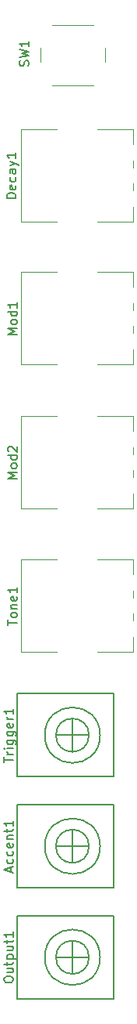
<source format=gbr>
G04 #@! TF.GenerationSoftware,KiCad,Pcbnew,(5.1.5)-3*
G04 #@! TF.CreationDate,2020-07-12T13:51:54+08:00*
G04 #@! TF.ProjectId,Kick-808,4b69636b-2d38-4303-982e-6b696361645f,rev?*
G04 #@! TF.SameCoordinates,Original*
G04 #@! TF.FileFunction,Legend,Top*
G04 #@! TF.FilePolarity,Positive*
%FSLAX46Y46*%
G04 Gerber Fmt 4.6, Leading zero omitted, Abs format (unit mm)*
G04 Created by KiCad (PCBNEW (5.1.5)-3) date 2020-07-12 13:51:54*
%MOMM*%
%LPD*%
G04 APERTURE LIST*
%ADD10C,0.150000*%
%ADD11C,0.120000*%
G04 APERTURE END LIST*
D10*
X128800000Y-125857000D02*
G75*
G03X128800000Y-125857000I-1800000J0D01*
G01*
X130006659Y-125857000D02*
G75*
G03X130006659Y-125857000I-3006659J0D01*
G01*
X121000000Y-130357000D02*
X131500000Y-130357000D01*
X121000000Y-121357000D02*
X121000000Y-130357000D01*
X131500000Y-121357000D02*
X121000000Y-121357000D01*
X131500000Y-130357000D02*
X131500000Y-121357000D01*
X125200000Y-125857000D02*
X128800000Y-125857000D01*
X127000000Y-124057000D02*
X127000000Y-127657000D01*
D11*
X133613000Y-116868000D02*
X129676000Y-116868000D01*
X125309000Y-116868000D02*
X121373000Y-116868000D01*
X133613000Y-106827000D02*
X129676000Y-106827000D01*
X125309000Y-106827000D02*
X121373000Y-106827000D01*
X133613000Y-116868000D02*
X133613000Y-115218000D01*
X133613000Y-113476000D02*
X133613000Y-112717000D01*
X133613000Y-110976000D02*
X133613000Y-110217000D01*
X133613000Y-108477000D02*
X133613000Y-106827000D01*
X121373000Y-116868000D02*
X121373000Y-106827000D01*
X130511000Y-53101500D02*
X130511000Y-51601500D01*
X129261000Y-49101500D02*
X124761000Y-49101500D01*
X123511000Y-51601500D02*
X123511000Y-53101500D01*
X124761000Y-55601500D02*
X129261000Y-55601500D01*
D10*
X128800000Y-149860000D02*
G75*
G03X128800000Y-149860000I-1800000J0D01*
G01*
X130006659Y-149860000D02*
G75*
G03X130006659Y-149860000I-3006659J0D01*
G01*
X121000000Y-154360000D02*
X131500000Y-154360000D01*
X121000000Y-145360000D02*
X121000000Y-154360000D01*
X131500000Y-145360000D02*
X121000000Y-145360000D01*
X131500000Y-154360000D02*
X131500000Y-145360000D01*
X125200000Y-149860000D02*
X128800000Y-149860000D01*
X127000000Y-148060000D02*
X127000000Y-151660000D01*
D11*
X133613000Y-101374000D02*
X129676000Y-101374000D01*
X125309000Y-101374000D02*
X121373000Y-101374000D01*
X133613000Y-91333000D02*
X129676000Y-91333000D01*
X125309000Y-91333000D02*
X121373000Y-91333000D01*
X133613000Y-101374000D02*
X133613000Y-99724000D01*
X133613000Y-97982000D02*
X133613000Y-97223000D01*
X133613000Y-95482000D02*
X133613000Y-94723000D01*
X133613000Y-92983000D02*
X133613000Y-91333000D01*
X121373000Y-101374000D02*
X121373000Y-91333000D01*
X133613000Y-85816500D02*
X129676000Y-85816500D01*
X125309000Y-85816500D02*
X121373000Y-85816500D01*
X133613000Y-75775500D02*
X129676000Y-75775500D01*
X125309000Y-75775500D02*
X121373000Y-75775500D01*
X133613000Y-85816500D02*
X133613000Y-84166500D01*
X133613000Y-82424500D02*
X133613000Y-81665500D01*
X133613000Y-79924500D02*
X133613000Y-79165500D01*
X133613000Y-77425500D02*
X133613000Y-75775500D01*
X121373000Y-85816500D02*
X121373000Y-75775500D01*
X133613000Y-70386000D02*
X129676000Y-70386000D01*
X125309000Y-70386000D02*
X121373000Y-70386000D01*
X133613000Y-60345000D02*
X129676000Y-60345000D01*
X125309000Y-60345000D02*
X121373000Y-60345000D01*
X133613000Y-70386000D02*
X133613000Y-68736000D01*
X133613000Y-66994000D02*
X133613000Y-66235000D01*
X133613000Y-64494000D02*
X133613000Y-63735000D01*
X133613000Y-61995000D02*
X133613000Y-60345000D01*
X121373000Y-70386000D02*
X121373000Y-60345000D01*
D10*
X128800000Y-137858000D02*
G75*
G03X128800000Y-137858000I-1800000J0D01*
G01*
X130006659Y-137858000D02*
G75*
G03X130006659Y-137858000I-3006659J0D01*
G01*
X121000000Y-142358000D02*
X131500000Y-142358000D01*
X121000000Y-133358000D02*
X121000000Y-142358000D01*
X131500000Y-133358000D02*
X121000000Y-133358000D01*
X131500000Y-142358000D02*
X131500000Y-133358000D01*
X125200000Y-137858000D02*
X128800000Y-137858000D01*
X127000000Y-136058000D02*
X127000000Y-139658000D01*
X119552380Y-128809380D02*
X119552380Y-128237952D01*
X120552380Y-128523666D02*
X119552380Y-128523666D01*
X120552380Y-127904619D02*
X119885714Y-127904619D01*
X120076190Y-127904619D02*
X119980952Y-127857000D01*
X119933333Y-127809380D01*
X119885714Y-127714142D01*
X119885714Y-127618904D01*
X120552380Y-127285571D02*
X119885714Y-127285571D01*
X119552380Y-127285571D02*
X119600000Y-127333190D01*
X119647619Y-127285571D01*
X119600000Y-127237952D01*
X119552380Y-127285571D01*
X119647619Y-127285571D01*
X119885714Y-126380809D02*
X120695238Y-126380809D01*
X120790476Y-126428428D01*
X120838095Y-126476047D01*
X120885714Y-126571285D01*
X120885714Y-126714142D01*
X120838095Y-126809380D01*
X120504761Y-126380809D02*
X120552380Y-126476047D01*
X120552380Y-126666523D01*
X120504761Y-126761761D01*
X120457142Y-126809380D01*
X120361904Y-126857000D01*
X120076190Y-126857000D01*
X119980952Y-126809380D01*
X119933333Y-126761761D01*
X119885714Y-126666523D01*
X119885714Y-126476047D01*
X119933333Y-126380809D01*
X119885714Y-125476047D02*
X120695238Y-125476047D01*
X120790476Y-125523666D01*
X120838095Y-125571285D01*
X120885714Y-125666523D01*
X120885714Y-125809380D01*
X120838095Y-125904619D01*
X120504761Y-125476047D02*
X120552380Y-125571285D01*
X120552380Y-125761761D01*
X120504761Y-125857000D01*
X120457142Y-125904619D01*
X120361904Y-125952238D01*
X120076190Y-125952238D01*
X119980952Y-125904619D01*
X119933333Y-125857000D01*
X119885714Y-125761761D01*
X119885714Y-125571285D01*
X119933333Y-125476047D01*
X120504761Y-124618904D02*
X120552380Y-124714142D01*
X120552380Y-124904619D01*
X120504761Y-124999857D01*
X120409523Y-125047476D01*
X120028571Y-125047476D01*
X119933333Y-124999857D01*
X119885714Y-124904619D01*
X119885714Y-124714142D01*
X119933333Y-124618904D01*
X120028571Y-124571285D01*
X120123809Y-124571285D01*
X120219047Y-125047476D01*
X120552380Y-124142714D02*
X119885714Y-124142714D01*
X120076190Y-124142714D02*
X119980952Y-124095095D01*
X119933333Y-124047476D01*
X119885714Y-123952238D01*
X119885714Y-123857000D01*
X120552380Y-122999857D02*
X120552380Y-123571285D01*
X120552380Y-123285571D02*
X119552380Y-123285571D01*
X119695238Y-123380809D01*
X119790476Y-123476047D01*
X119838095Y-123571285D01*
X119975380Y-113982238D02*
X119975380Y-113410809D01*
X120975380Y-113696523D02*
X119975380Y-113696523D01*
X120975380Y-112934619D02*
X120927761Y-113029857D01*
X120880142Y-113077476D01*
X120784904Y-113125095D01*
X120499190Y-113125095D01*
X120403952Y-113077476D01*
X120356333Y-113029857D01*
X120308714Y-112934619D01*
X120308714Y-112791761D01*
X120356333Y-112696523D01*
X120403952Y-112648904D01*
X120499190Y-112601285D01*
X120784904Y-112601285D01*
X120880142Y-112648904D01*
X120927761Y-112696523D01*
X120975380Y-112791761D01*
X120975380Y-112934619D01*
X120308714Y-112172714D02*
X120975380Y-112172714D01*
X120403952Y-112172714D02*
X120356333Y-112125095D01*
X120308714Y-112029857D01*
X120308714Y-111887000D01*
X120356333Y-111791761D01*
X120451571Y-111744142D01*
X120975380Y-111744142D01*
X120927761Y-110887000D02*
X120975380Y-110982238D01*
X120975380Y-111172714D01*
X120927761Y-111267952D01*
X120832523Y-111315571D01*
X120451571Y-111315571D01*
X120356333Y-111267952D01*
X120308714Y-111172714D01*
X120308714Y-110982238D01*
X120356333Y-110887000D01*
X120451571Y-110839380D01*
X120546809Y-110839380D01*
X120642047Y-111315571D01*
X120975380Y-109887000D02*
X120975380Y-110458428D01*
X120975380Y-110172714D02*
X119975380Y-110172714D01*
X120118238Y-110267952D01*
X120213476Y-110363190D01*
X120261095Y-110458428D01*
X122197761Y-53530333D02*
X122245380Y-53387476D01*
X122245380Y-53149380D01*
X122197761Y-53054142D01*
X122150142Y-53006523D01*
X122054904Y-52958904D01*
X121959666Y-52958904D01*
X121864428Y-53006523D01*
X121816809Y-53054142D01*
X121769190Y-53149380D01*
X121721571Y-53339857D01*
X121673952Y-53435095D01*
X121626333Y-53482714D01*
X121531095Y-53530333D01*
X121435857Y-53530333D01*
X121340619Y-53482714D01*
X121293000Y-53435095D01*
X121245380Y-53339857D01*
X121245380Y-53101761D01*
X121293000Y-52958904D01*
X121245380Y-52625571D02*
X122245380Y-52387476D01*
X121531095Y-52197000D01*
X122245380Y-52006523D01*
X121245380Y-51768428D01*
X122245380Y-50863666D02*
X122245380Y-51435095D01*
X122245380Y-51149380D02*
X121245380Y-51149380D01*
X121388238Y-51244619D01*
X121483476Y-51339857D01*
X121531095Y-51435095D01*
X119552380Y-152360000D02*
X119552380Y-152169523D01*
X119600000Y-152074285D01*
X119695238Y-151979047D01*
X119885714Y-151931428D01*
X120219047Y-151931428D01*
X120409523Y-151979047D01*
X120504761Y-152074285D01*
X120552380Y-152169523D01*
X120552380Y-152360000D01*
X120504761Y-152455238D01*
X120409523Y-152550476D01*
X120219047Y-152598095D01*
X119885714Y-152598095D01*
X119695238Y-152550476D01*
X119600000Y-152455238D01*
X119552380Y-152360000D01*
X119885714Y-151074285D02*
X120552380Y-151074285D01*
X119885714Y-151502857D02*
X120409523Y-151502857D01*
X120504761Y-151455238D01*
X120552380Y-151360000D01*
X120552380Y-151217142D01*
X120504761Y-151121904D01*
X120457142Y-151074285D01*
X119885714Y-150740952D02*
X119885714Y-150360000D01*
X119552380Y-150598095D02*
X120409523Y-150598095D01*
X120504761Y-150550476D01*
X120552380Y-150455238D01*
X120552380Y-150360000D01*
X119885714Y-150026666D02*
X120885714Y-150026666D01*
X119933333Y-150026666D02*
X119885714Y-149931428D01*
X119885714Y-149740952D01*
X119933333Y-149645714D01*
X119980952Y-149598095D01*
X120076190Y-149550476D01*
X120361904Y-149550476D01*
X120457142Y-149598095D01*
X120504761Y-149645714D01*
X120552380Y-149740952D01*
X120552380Y-149931428D01*
X120504761Y-150026666D01*
X119885714Y-148693333D02*
X120552380Y-148693333D01*
X119885714Y-149121904D02*
X120409523Y-149121904D01*
X120504761Y-149074285D01*
X120552380Y-148979047D01*
X120552380Y-148836190D01*
X120504761Y-148740952D01*
X120457142Y-148693333D01*
X119885714Y-148360000D02*
X119885714Y-147979047D01*
X119552380Y-148217142D02*
X120409523Y-148217142D01*
X120504761Y-148169523D01*
X120552380Y-148074285D01*
X120552380Y-147979047D01*
X120552380Y-147121904D02*
X120552380Y-147693333D01*
X120552380Y-147407619D02*
X119552380Y-147407619D01*
X119695238Y-147502857D01*
X119790476Y-147598095D01*
X119838095Y-147693333D01*
X120975380Y-98107285D02*
X119975380Y-98107285D01*
X120689666Y-97773952D01*
X119975380Y-97440619D01*
X120975380Y-97440619D01*
X120975380Y-96821571D02*
X120927761Y-96916809D01*
X120880142Y-96964428D01*
X120784904Y-97012047D01*
X120499190Y-97012047D01*
X120403952Y-96964428D01*
X120356333Y-96916809D01*
X120308714Y-96821571D01*
X120308714Y-96678714D01*
X120356333Y-96583476D01*
X120403952Y-96535857D01*
X120499190Y-96488238D01*
X120784904Y-96488238D01*
X120880142Y-96535857D01*
X120927761Y-96583476D01*
X120975380Y-96678714D01*
X120975380Y-96821571D01*
X120975380Y-95631095D02*
X119975380Y-95631095D01*
X120927761Y-95631095D02*
X120975380Y-95726333D01*
X120975380Y-95916809D01*
X120927761Y-96012047D01*
X120880142Y-96059666D01*
X120784904Y-96107285D01*
X120499190Y-96107285D01*
X120403952Y-96059666D01*
X120356333Y-96012047D01*
X120308714Y-95916809D01*
X120308714Y-95726333D01*
X120356333Y-95631095D01*
X120070619Y-95202523D02*
X120023000Y-95154904D01*
X119975380Y-95059666D01*
X119975380Y-94821571D01*
X120023000Y-94726333D01*
X120070619Y-94678714D01*
X120165857Y-94631095D01*
X120261095Y-94631095D01*
X120403952Y-94678714D01*
X120975380Y-95250142D01*
X120975380Y-94631095D01*
X120975380Y-82549785D02*
X119975380Y-82549785D01*
X120689666Y-82216452D01*
X119975380Y-81883119D01*
X120975380Y-81883119D01*
X120975380Y-81264071D02*
X120927761Y-81359309D01*
X120880142Y-81406928D01*
X120784904Y-81454547D01*
X120499190Y-81454547D01*
X120403952Y-81406928D01*
X120356333Y-81359309D01*
X120308714Y-81264071D01*
X120308714Y-81121214D01*
X120356333Y-81025976D01*
X120403952Y-80978357D01*
X120499190Y-80930738D01*
X120784904Y-80930738D01*
X120880142Y-80978357D01*
X120927761Y-81025976D01*
X120975380Y-81121214D01*
X120975380Y-81264071D01*
X120975380Y-80073595D02*
X119975380Y-80073595D01*
X120927761Y-80073595D02*
X120975380Y-80168833D01*
X120975380Y-80359309D01*
X120927761Y-80454547D01*
X120880142Y-80502166D01*
X120784904Y-80549785D01*
X120499190Y-80549785D01*
X120403952Y-80502166D01*
X120356333Y-80454547D01*
X120308714Y-80359309D01*
X120308714Y-80168833D01*
X120356333Y-80073595D01*
X120975380Y-79073595D02*
X120975380Y-79645023D01*
X120975380Y-79359309D02*
X119975380Y-79359309D01*
X120118238Y-79454547D01*
X120213476Y-79549785D01*
X120261095Y-79645023D01*
X120848380Y-67833571D02*
X119848380Y-67833571D01*
X119848380Y-67595476D01*
X119896000Y-67452619D01*
X119991238Y-67357380D01*
X120086476Y-67309761D01*
X120276952Y-67262142D01*
X120419809Y-67262142D01*
X120610285Y-67309761D01*
X120705523Y-67357380D01*
X120800761Y-67452619D01*
X120848380Y-67595476D01*
X120848380Y-67833571D01*
X120800761Y-66452619D02*
X120848380Y-66547857D01*
X120848380Y-66738333D01*
X120800761Y-66833571D01*
X120705523Y-66881190D01*
X120324571Y-66881190D01*
X120229333Y-66833571D01*
X120181714Y-66738333D01*
X120181714Y-66547857D01*
X120229333Y-66452619D01*
X120324571Y-66405000D01*
X120419809Y-66405000D01*
X120515047Y-66881190D01*
X120800761Y-65547857D02*
X120848380Y-65643095D01*
X120848380Y-65833571D01*
X120800761Y-65928809D01*
X120753142Y-65976428D01*
X120657904Y-66024047D01*
X120372190Y-66024047D01*
X120276952Y-65976428D01*
X120229333Y-65928809D01*
X120181714Y-65833571D01*
X120181714Y-65643095D01*
X120229333Y-65547857D01*
X120848380Y-64690714D02*
X120324571Y-64690714D01*
X120229333Y-64738333D01*
X120181714Y-64833571D01*
X120181714Y-65024047D01*
X120229333Y-65119285D01*
X120800761Y-64690714D02*
X120848380Y-64785952D01*
X120848380Y-65024047D01*
X120800761Y-65119285D01*
X120705523Y-65166904D01*
X120610285Y-65166904D01*
X120515047Y-65119285D01*
X120467428Y-65024047D01*
X120467428Y-64785952D01*
X120419809Y-64690714D01*
X120181714Y-64309761D02*
X120848380Y-64071666D01*
X120181714Y-63833571D02*
X120848380Y-64071666D01*
X121086476Y-64166904D01*
X121134095Y-64214523D01*
X121181714Y-64309761D01*
X120848380Y-62928809D02*
X120848380Y-63500238D01*
X120848380Y-63214523D02*
X119848380Y-63214523D01*
X119991238Y-63309761D01*
X120086476Y-63405000D01*
X120134095Y-63500238D01*
X120266666Y-140596095D02*
X120266666Y-140119904D01*
X120552380Y-140691333D02*
X119552380Y-140358000D01*
X120552380Y-140024666D01*
X120504761Y-139262761D02*
X120552380Y-139358000D01*
X120552380Y-139548476D01*
X120504761Y-139643714D01*
X120457142Y-139691333D01*
X120361904Y-139738952D01*
X120076190Y-139738952D01*
X119980952Y-139691333D01*
X119933333Y-139643714D01*
X119885714Y-139548476D01*
X119885714Y-139358000D01*
X119933333Y-139262761D01*
X120504761Y-138405619D02*
X120552380Y-138500857D01*
X120552380Y-138691333D01*
X120504761Y-138786571D01*
X120457142Y-138834190D01*
X120361904Y-138881809D01*
X120076190Y-138881809D01*
X119980952Y-138834190D01*
X119933333Y-138786571D01*
X119885714Y-138691333D01*
X119885714Y-138500857D01*
X119933333Y-138405619D01*
X120504761Y-137596095D02*
X120552380Y-137691333D01*
X120552380Y-137881809D01*
X120504761Y-137977047D01*
X120409523Y-138024666D01*
X120028571Y-138024666D01*
X119933333Y-137977047D01*
X119885714Y-137881809D01*
X119885714Y-137691333D01*
X119933333Y-137596095D01*
X120028571Y-137548476D01*
X120123809Y-137548476D01*
X120219047Y-138024666D01*
X119885714Y-137119904D02*
X120552380Y-137119904D01*
X119980952Y-137119904D02*
X119933333Y-137072285D01*
X119885714Y-136977047D01*
X119885714Y-136834190D01*
X119933333Y-136738952D01*
X120028571Y-136691333D01*
X120552380Y-136691333D01*
X119885714Y-136358000D02*
X119885714Y-135977047D01*
X119552380Y-136215142D02*
X120409523Y-136215142D01*
X120504761Y-136167523D01*
X120552380Y-136072285D01*
X120552380Y-135977047D01*
X120552380Y-135119904D02*
X120552380Y-135691333D01*
X120552380Y-135405619D02*
X119552380Y-135405619D01*
X119695238Y-135500857D01*
X119790476Y-135596095D01*
X119838095Y-135691333D01*
M02*

</source>
